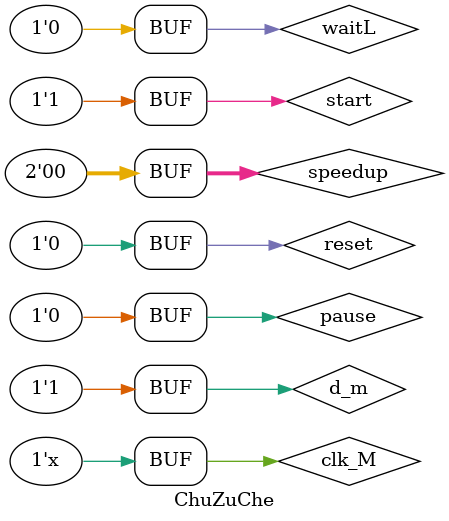
<source format=v>
module ChuZuChe;
	// Inputs
	reg reset;         // 重置信号
	reg clk_M;         // M时钟信号
	reg start;         // 启动信号
	reg pause;         // 暂停信号
	reg waitL;         // 等待L信号
	reg [1:0] speedup; // 速度加倍信号
	reg d_m;           // 数码管显示值

	// Outputs
	wire [7:0] Seg;    // 数码管段选信号
	wire [3:0] AN;     // 数码管位选信号

	// Instantiate the Unit Under Test (UUT)
	sy_last_code uut (  // 实例化待测试的模块sy_last_code，命名为uut
		.reset(reset), 
		.clk_M(clk_M), 
		.start(start), 
		.pause(pause), 
		.waitL(waitL), 
		.speedup(speedup), 
		.d_m(d_m), 
		.Seg(Seg), 
		.AN(AN)
	);

	always begin #10 clk_M = ~clk_M; end  // M时钟信号反转，周期为10个时间单位
	
	initial begin
		// Initialize Inputs
		reset = 1;          // 开始时将重置信号置为1
		clk_M = 0;          // 开始时将M时钟信号置为0
		start = 1;          // 开始时将启动信号置为1
		pause = 0;          // 开始时将暂停信号置为0
		waitL = 0;          // 开始时将等待L信号置为0
		speedup = 0;        // 开始时将速度加倍信号置为00
		d_m = 0;            // 开始时将数码管显示值置为0

		// Wait 100 ns for global reset to finish
		#100;               // 等待100个时间单位，完成全局重置
		reset = 0;          // 全局重置完成后将重置信号置为0
		start = 1;          // 开始信号仍为1
		pause = 0;          // 暂停信号仍为0
		waitL = 0;          // 等待L信号仍为0
		speedup = 2'b00;    // 将速度加倍信号置为00
		d_m = 1;            // 将数码管显示值置为1
	end
endmodule

</source>
